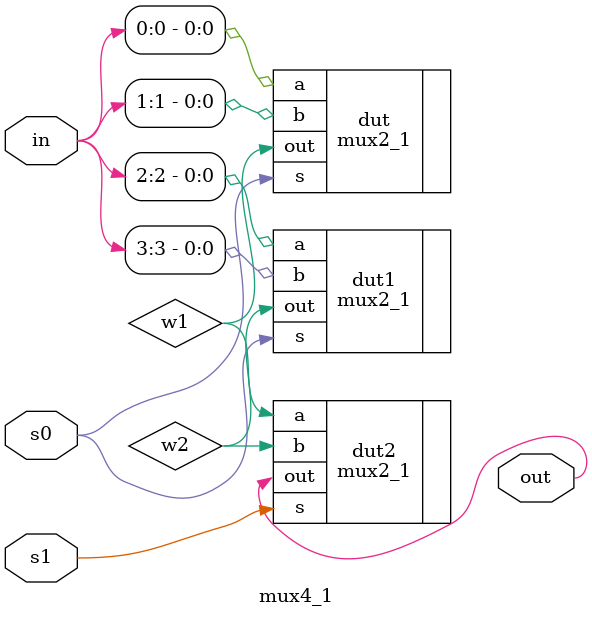
<source format=v>
module mux4_1(input [3:0]in,
							input s1,s0, 
							output out);

wire w1,w2;

//instantiate

mux2_1 dut(.a(in[0]),.b(in[1]),.s(s0),.out(w1));
mux2_1 dut1(.a(in[2]),.b(in[3]),.s(s0),.out(w2));

mux2_1 dut2(.a(w1),.b(w2),.s(s1),.out(out));


endmodule

</source>
